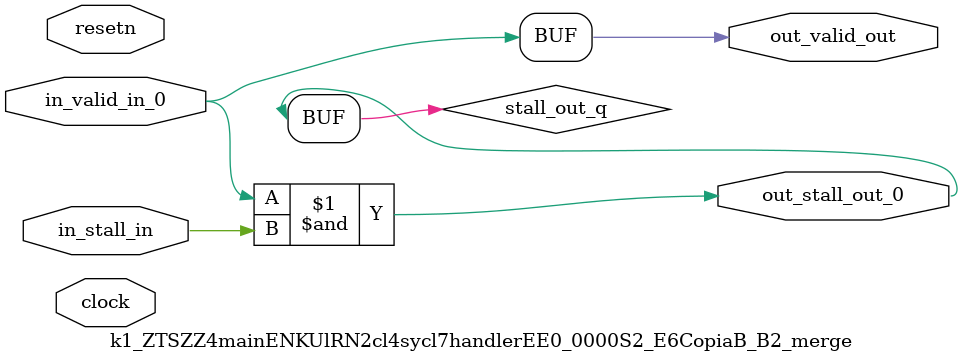
<source format=sv>



(* altera_attribute = "-name AUTO_SHIFT_REGISTER_RECOGNITION OFF; -name MESSAGE_DISABLE 10036; -name MESSAGE_DISABLE 10037; -name MESSAGE_DISABLE 14130; -name MESSAGE_DISABLE 14320; -name MESSAGE_DISABLE 15400; -name MESSAGE_DISABLE 14130; -name MESSAGE_DISABLE 10036; -name MESSAGE_DISABLE 12020; -name MESSAGE_DISABLE 12030; -name MESSAGE_DISABLE 12010; -name MESSAGE_DISABLE 12110; -name MESSAGE_DISABLE 14320; -name MESSAGE_DISABLE 13410; -name MESSAGE_DISABLE 113007; -name MESSAGE_DISABLE 10958" *)
module k1_ZTSZZ4mainENKUlRN2cl4sycl7handlerEE0_0000S2_E6CopiaB_B2_merge (
    input wire [0:0] in_stall_in,
    input wire [0:0] in_valid_in_0,
    output wire [0:0] out_stall_out_0,
    output wire [0:0] out_valid_out,
    input wire clock,
    input wire resetn
    );

    wire [0:0] stall_out_q;


    // stall_out(LOGICAL,6)
    assign stall_out_q = in_valid_in_0 & in_stall_in;

    // out_stall_out_0(GPOUT,4)
    assign out_stall_out_0 = stall_out_q;

    // out_valid_out(GPOUT,5)
    assign out_valid_out = in_valid_in_0;

endmodule

</source>
